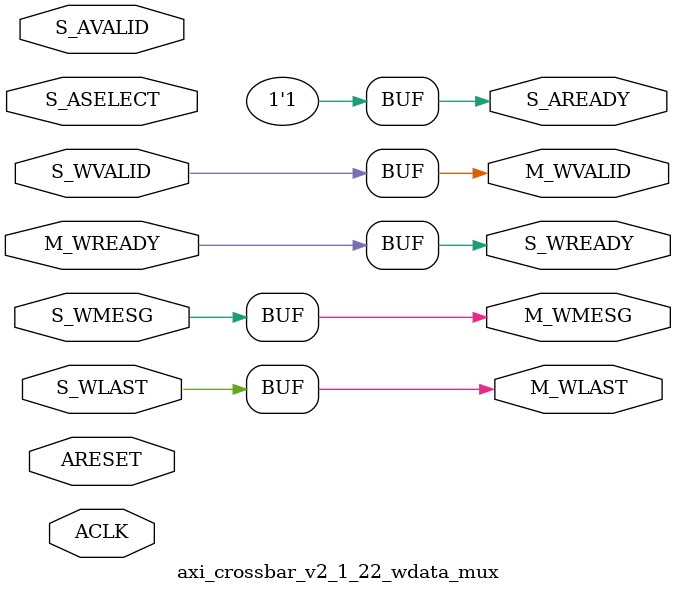
<source format=v>
/*
* @File name: axi_crossbar_v2_1_22_wdata_mux
* @Author: Ruige Lee
* @Email: wut.ruigeli@gmail.com
* @Date:   2021-03-08 19:47:42
* @Last Modified by:   Ruige Lee
* @Last Modified time: 2021-03-08 19:47:55
*/


// -- (c) Copyright 2009 - 2011 Xilinx, Inc. All rights reserved.
// --
// -- This file contains confidential and proprietary information
// -- of Xilinx, Inc. and is protected under U.S. and 
// -- international copyright and other intellectual property
// -- laws.
// --
// -- DISCLAIMER
// -- This disclaimer is not a license and does not grant any
// -- rights to the materials distributed herewith. Except as
// -- otherwise provided in a valid license issued to you by
// -- Xilinx, and to the maximum extent permitted by applicable
// -- law: (1) THESE MATERIALS ARE MADE AVAILABLE "AS IS" AND
// -- WITH ALL FAULTS, AND XILINX HEREBY DISCLAIMS ALL WARRANTIES
// -- AND CONDITIONS, EXPRESS, IMPLIED, OR STATUTORY, INCLUDING
// -- BUT NOT LIMITED TO WARRANTIES OF MERCHANTABILITY, NON-
// -- INFRINGEMENT, OR FITNESS FOR ANY PARTICULAR PURPOSE; and
// -- (2) Xilinx shall not be liable (whether in contract or tort,
// -- including negligence, or under any other theory of
// -- liability) for any loss or damage of any kind or nature
// -- related to, arising under or in connection with these
// -- materials, including for any direct, or any indirect,
// -- special, incidental, or consequential loss or damage
// -- (including loss of data, profits, goodwill, or any type of
// -- loss or damage suffered as a result of any action brought
// -- by a third party) even if such damage or loss was
// -- reasonably foreseeable or Xilinx had been advised of the
// -- possibility of the same.
// --
// -- CRITICAL APPLICATIONS
// -- Xilinx products are not designed or intended to be fail-
// -- safe, or for use in any application requiring fail-safe
// -- performance, such as life-support or safety devices or
// -- systems, Class III medical devices, nuclear facilities,
// -- applications related to the deployment of airbags, or any
// -- other applications that could lead to death, personal
// -- injury, or severe property or environmental damage
// -- (individually and collectively, "Critical
// -- Applications"). Customer assumes the sole risk and
// -- liability of any use of Xilinx products in Critical
// -- Applications, subject only to applicable laws and
// -- regulations governing limitations on product liability.
// --
// -- THIS COPYRIGHT NOTICE AND DISCLAIMER MUST BE RETAINED AS
// -- PART OF THIS FILE AT ALL TIMES.
//-----------------------------------------------------------------------------
//
// File name: wdata_mux.v
//
// Description: 
//   Contains MI-side write command queue.
//   SI-slot index selected by AW arbiter is pushed onto queue when S_AVALID transfer is received.
//   Queue is popped when WLAST data beat is transferred.
//   W-channel input from SI-slot selected by queue output is transferred to MI-side output .
//--------------------------------------------------------------------------
//
// Structure:
//    wdata_mux
//      axic_reg_srl_fifo
//      mux_enc
//      
//-----------------------------------------------------------------------------

`timescale 1ps/1ps

module axi_crossbar_v2_1_22_wdata_mux #
  (
   parameter         C_FAMILY       = "none", // FPGA Family.
   parameter integer C_WMESG_WIDTH            =  1, // Width of W-channel payload.
   parameter integer C_NUM_SLAVE_SLOTS     =  1, // Number of S_* ports.
   parameter integer C_SELECT_WIDTH      =  1, // Width of ASELECT.
   parameter integer C_FIFO_DEPTH_LOG     =  0 // Queue depth = 2**C_FIFO_DEPTH_LOG.
   )
  (
   // System Signals
   input  wire                                        ACLK,
   input  wire                                        ARESET,
   // Slave Data Ports
   input  wire [C_NUM_SLAVE_SLOTS*C_WMESG_WIDTH-1:0]     S_WMESG,
   input  wire [C_NUM_SLAVE_SLOTS-1:0]                S_WLAST,
   input  wire [C_NUM_SLAVE_SLOTS-1:0]                S_WVALID,
   output wire [C_NUM_SLAVE_SLOTS-1:0]                S_WREADY,
   // Master Data Ports
   output wire [C_WMESG_WIDTH-1:0]                       M_WMESG,
   output wire                                        M_WLAST,
   output wire                                        M_WVALID,
   input  wire                                        M_WREADY,
   // Write Command Ports
   input  wire [C_SELECT_WIDTH-1:0]                 S_ASELECT,  // SI-slot index from AW arbiter
   input  wire                                        S_AVALID,
   output wire                                        S_AREADY
   );

  localparam integer P_FIFO_DEPTH_LOG = (C_FIFO_DEPTH_LOG <= 5) ? C_FIFO_DEPTH_LOG : 5;  // Max depth = 32
  
  // Decode select input to 1-hot
  function [C_NUM_SLAVE_SLOTS-1:0] f_decoder (
      input [C_SELECT_WIDTH-1:0] sel
    );
    integer i;
    begin
      for (i=0; i<C_NUM_SLAVE_SLOTS; i=i+1) begin
        f_decoder[i] = (sel == i);
      end
    end
  endfunction

  wire                                          m_valid_i;
  wire                                          m_last_i;
  wire [C_NUM_SLAVE_SLOTS-1:0]             m_select_hot;
  wire [C_SELECT_WIDTH-1:0]                 m_select_enc;
  wire                                          m_avalid;
  wire                                          m_aready;
  
  generate
    if (C_NUM_SLAVE_SLOTS>1) begin : gen_wmux
      // SI-side write command queue
      axi_data_fifo_v2_1_20_axic_reg_srl_fifo #
        (
         .C_FAMILY          (C_FAMILY),
         .C_FIFO_WIDTH      (C_SELECT_WIDTH),
         .C_FIFO_DEPTH_LOG  (P_FIFO_DEPTH_LOG),
         .C_USE_FULL        (0)
         )
        wmux_aw_fifo
          (
           .ACLK    (ACLK),
           .ARESET  (ARESET),
           .S_MESG  (S_ASELECT),
           .S_VALID (S_AVALID),
           .S_READY (S_AREADY),
           .M_MESG  (m_select_enc),
           .M_VALID (m_avalid),
           .M_READY (m_aready)
           );
    
      assign m_select_hot = f_decoder(m_select_enc);
      
      // Instantiate MUX
      generic_baseblocks_v2_1_0_mux_enc # 
        (
         .C_FAMILY      ("rtl"),
         .C_RATIO       (C_NUM_SLAVE_SLOTS),
         .C_SEL_WIDTH   (C_SELECT_WIDTH),
         .C_DATA_WIDTH  (C_WMESG_WIDTH)
        ) mux_w 
        (
         .S   (m_select_enc),
         .A   (S_WMESG),
         .O   (M_WMESG),
         .OE  (1'b1)
        ); 
        
      assign m_last_i  = |(S_WLAST & m_select_hot);
      assign m_valid_i = |(S_WVALID & m_select_hot);
      
      assign m_aready = m_valid_i & m_avalid & m_last_i & M_WREADY;
      assign M_WLAST = m_last_i;
      assign M_WVALID = m_valid_i & m_avalid;
      assign S_WREADY = m_select_hot & {C_NUM_SLAVE_SLOTS{m_avalid & M_WREADY}};
    end else begin : gen_no_wmux
      assign S_AREADY = 1'b1;
      assign M_WVALID = S_WVALID;
      assign S_WREADY = M_WREADY;
      assign M_WLAST = S_WLAST;
      assign M_WMESG = S_WMESG;
    end
  endgenerate
  
endmodule





</source>
